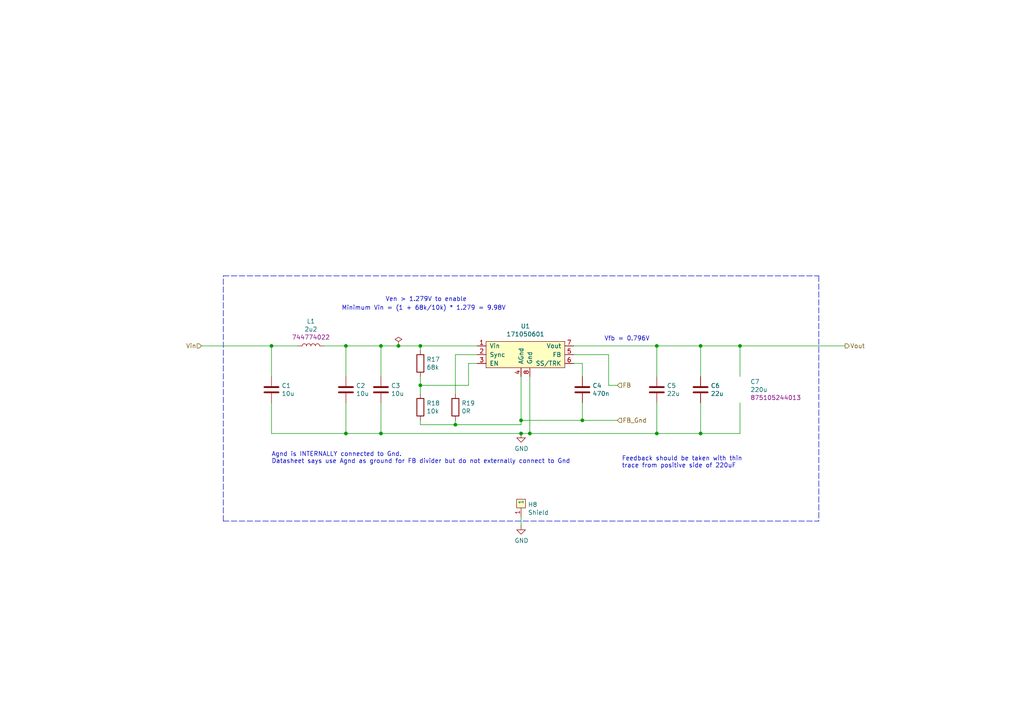
<source format=kicad_sch>
(kicad_sch (version 20210126) (generator eeschema)
  (paper "A4")
  (title_block (rev "DRAFT") (company "M0WUT"))
  (lib_symbols
    (symbol "Device:C" (pin_numbers hide) (pin_names (offset 0.254))
      (property "Reference" "C" (at 0.635 2.54 0))
      (property "Value" "C" (at 0.635 -2.54 0))
      (symbol "C_0_1"
        (polyline (pts (xy -2.032 -0.762) (xy 2.032 -0.762)) (stroke (width 0.508)))
        (polyline (pts (xy -2.032 0.762) (xy 2.032 0.762)) (stroke (width 0.508)))
      )
      (symbol "C_1_1"
        (pin passive line (at 0 3.81 270) (length 2.794) (name "~") (number "1"))
        (pin passive line (at 0 -3.81 90) (length 2.794) (name "~") (number "2"))
      )
    )
    (symbol "Device:L" (pin_numbers hide) (pin_names (offset 1.016) hide)
      (property "Reference" "L" (at -1.27 0 90))
      (property "Value" "L" (at 1.905 0 90))
      (symbol "L_0_1"
        (arc (start 0 -2.54) (end 0 -1.27) (radius (at 0 -1.905) (length 0.635) (angles -89.9 89.9)))
        (arc (start 0 -1.27) (end 0 0) (radius (at 0 -0.635) (length 0.635) (angles -89.9 89.9)))
        (arc (start 0 0) (end 0 1.27) (radius (at 0 0.635) (length 0.635) (angles -89.9 89.9)))
        (arc (start 0 1.27) (end 0 2.54) (radius (at 0 1.905) (length 0.635) (angles -89.9 89.9)))
      )
      (symbol "L_1_1"
        (pin passive line (at 0 3.81 270) (length 1.27) (name "1") (number "1"))
        (pin passive line (at 0 -3.81 90) (length 1.27) (name "2") (number "2"))
      )
    )
    (symbol "Device:R" (pin_numbers hide) (pin_names (offset 0))
      (property "Reference" "R" (at 2.032 0 90))
      (property "Value" "R" (at 0 0 90))
      (symbol "R_0_1"
        (rectangle (start -1.016 -2.54) (end 1.016 2.54) (stroke (width 0.254)))
      )
      (symbol "R_1_1"
        (pin passive line (at 0 3.81 270) (length 1.27) (name "~") (number "1"))
        (pin passive line (at 0 -3.81 90) (length 1.27) (name "~") (number "2"))
      )
    )
    (symbol "Regulator_WUT:171050601" (pin_names (offset 1.016))
      (property "Reference" "U" (at 0 5.08 0))
      (property "Value" "171050601" (at 7.62 -5.08 0))
      (symbol "171050601_0_1"
        (rectangle (start -11.43 3.81) (end 11.43 -3.81) (fill (type background)))
      )
      (symbol "171050601_1_1"
        (pin power_in line (at -13.97 2.54 0) (length 2.54) (name "Vin") (number "1"))
        (pin input line (at -13.97 0 0) (length 2.54) (name "Sync") (number "2"))
        (pin input line (at -13.97 -2.54 0) (length 2.54) (name "EN") (number "3"))
        (pin input line (at -1.27 -6.35 90) (length 2.54) (name "AGnd") (number "4"))
        (pin input line (at 13.97 0 180) (length 2.54) (name "FB") (number "5"))
        (pin passive line (at 13.97 -2.54 180) (length 2.54) (name "SS/TRK") (number "6"))
        (pin power_out line (at 13.97 2.54 180) (length 2.54) (name "Vout") (number "7"))
        (pin power_in line (at 1.27 -6.35 90) (length 2.54) (name "Gnd") (number "8"))
      )
    )
    (symbol "Shield_WUT:Shield" (pin_names (offset 1.016))
      (property "Reference" "H" (at 0 -2.54 0))
      (property "Value" "Shield" (at 0 2.54 0))
      (symbol "Shield_0_1"
        (rectangle (start 0 -1.27) (end 2.54 1.27) (fill (type background)))
      )
      (symbol "Shield_1_1"
        (pin passive line (at -2.54 0 0) (length 2.54) (name "1") (number "1"))
      )
    )
    (symbol "power:GND" (power) (pin_names (offset 0))
      (property "Value" "GND" (at 0 -3.81 0))
      (symbol "GND_0_1"
        (polyline (pts (xy 0 0) (xy 0 -1.27) (xy 1.27 -1.27) (xy 0 -2.54) (xy -1.27 -1.27) (xy 0 -1.27)))
      )
      (symbol "GND_1_1"
        (pin power_in line (at 0 0 270) (length 0) hide (name "GND") (number "1"))
      )
    )
    (symbol "power:PWR_FLAG" (power) (pin_numbers hide) (pin_names (offset 0) hide)
      (property "Value" "PWR_FLAG" (at 0 3.81 0))
      (symbol "PWR_FLAG_0_0"
        (pin power_out line (at 0 0 90) (length 0) (name "pwr") (number "1"))
      )
      (symbol "PWR_FLAG_0_1"
        (polyline (pts (xy 0 0) (xy 0 1.27) (xy -1.016 1.905) (xy 0 2.54) (xy 1.016 1.905) (xy 0 1.27)))
      )
    )
  )
  (junction (at 78.74 100.33) (diameter 0.9144))
  (junction (at 100.33 100.33) (diameter 0.9144))
  (junction (at 100.33 125.73) (diameter 0.9144))
  (junction (at 110.49 100.33) (diameter 0.9144))
  (junction (at 110.49 125.73) (diameter 0.9144))
  (junction (at 115.57 100.33) (diameter 0.9144))
  (junction (at 121.92 100.33) (diameter 0.9144))
  (junction (at 121.92 111.76) (diameter 0.9144))
  (junction (at 132.08 123.19) (diameter 0.9144))
  (junction (at 151.13 121.92) (diameter 0.9144))
  (junction (at 151.13 125.73) (diameter 0.9144))
  (junction (at 153.67 125.73) (diameter 0.9144))
  (junction (at 168.91 121.92) (diameter 0.9144))
  (junction (at 190.5 100.33) (diameter 0.9144))
  (junction (at 190.5 125.73) (diameter 0.9144))
  (junction (at 203.2 100.33) (diameter 0.9144))
  (junction (at 203.2 125.73) (diameter 0.9144))
  (junction (at 214.63 100.33) (diameter 0.9144))
  (wire (pts (xy 58.42 100.33) (xy 78.74 100.33)))
  (wire (pts (xy 78.74 100.33) (xy 86.36 100.33)))
  (wire (pts (xy 78.74 109.22) (xy 78.74 100.33)))
  (wire (pts (xy 78.74 116.84) (xy 78.74 125.73)))
  (wire (pts (xy 78.74 125.73) (xy 100.33 125.73)))
  (wire (pts (xy 93.98 100.33) (xy 100.33 100.33)))
  (wire (pts (xy 100.33 100.33) (xy 110.49 100.33)))
  (wire (pts (xy 100.33 109.22) (xy 100.33 100.33)))
  (wire (pts (xy 100.33 116.84) (xy 100.33 125.73)))
  (wire (pts (xy 100.33 125.73) (xy 110.49 125.73)))
  (wire (pts (xy 110.49 100.33) (xy 115.57 100.33)))
  (wire (pts (xy 110.49 109.22) (xy 110.49 100.33)))
  (wire (pts (xy 110.49 116.84) (xy 110.49 125.73)))
  (wire (pts (xy 110.49 125.73) (xy 151.13 125.73)))
  (wire (pts (xy 115.57 100.33) (xy 121.92 100.33)))
  (wire (pts (xy 121.92 100.33) (xy 138.43 100.33)))
  (wire (pts (xy 121.92 101.6) (xy 121.92 100.33)))
  (wire (pts (xy 121.92 111.76) (xy 121.92 109.22)))
  (wire (pts (xy 121.92 114.3) (xy 121.92 111.76)))
  (wire (pts (xy 121.92 123.19) (xy 121.92 121.92)))
  (wire (pts (xy 132.08 102.87) (xy 132.08 114.3)))
  (wire (pts (xy 132.08 102.87) (xy 138.43 102.87)))
  (wire (pts (xy 132.08 121.92) (xy 132.08 123.19)))
  (wire (pts (xy 132.08 123.19) (xy 121.92 123.19)))
  (wire (pts (xy 132.08 123.19) (xy 151.13 123.19)))
  (wire (pts (xy 135.89 105.41) (xy 135.89 111.76)))
  (wire (pts (xy 135.89 111.76) (xy 121.92 111.76)))
  (wire (pts (xy 138.43 105.41) (xy 135.89 105.41)))
  (wire (pts (xy 151.13 109.22) (xy 151.13 121.92)))
  (wire (pts (xy 151.13 123.19) (xy 151.13 121.92)))
  (wire (pts (xy 151.13 125.73) (xy 153.67 125.73)))
  (wire (pts (xy 151.13 152.4) (xy 151.13 149.86)))
  (wire (pts (xy 153.67 109.22) (xy 153.67 125.73)))
  (wire (pts (xy 153.67 125.73) (xy 190.5 125.73)))
  (wire (pts (xy 166.37 100.33) (xy 190.5 100.33)))
  (wire (pts (xy 166.37 102.87) (xy 176.53 102.87)))
  (wire (pts (xy 166.37 105.41) (xy 168.91 105.41)))
  (wire (pts (xy 168.91 105.41) (xy 168.91 109.22)))
  (wire (pts (xy 168.91 116.84) (xy 168.91 121.92)))
  (wire (pts (xy 168.91 121.92) (xy 151.13 121.92)))
  (wire (pts (xy 176.53 111.76) (xy 176.53 102.87)))
  (wire (pts (xy 179.07 111.76) (xy 176.53 111.76)))
  (wire (pts (xy 179.07 121.92) (xy 168.91 121.92)))
  (wire (pts (xy 190.5 100.33) (xy 203.2 100.33)))
  (wire (pts (xy 190.5 109.22) (xy 190.5 100.33)))
  (wire (pts (xy 190.5 116.84) (xy 190.5 125.73)))
  (wire (pts (xy 190.5 125.73) (xy 203.2 125.73)))
  (wire (pts (xy 203.2 100.33) (xy 214.63 100.33)))
  (wire (pts (xy 203.2 109.22) (xy 203.2 100.33)))
  (wire (pts (xy 203.2 116.84) (xy 203.2 125.73)))
  (wire (pts (xy 203.2 125.73) (xy 214.63 125.73)))
  (wire (pts (xy 214.63 100.33) (xy 245.11 100.33)))
  (wire (pts (xy 214.63 109.22) (xy 214.63 100.33)))
  (wire (pts (xy 214.63 116.84) (xy 214.63 125.73)))
  (polyline (pts (xy 64.77 80.01) (xy 237.49 80.01)) (stroke (width 0) (type dash)))
  (polyline (pts (xy 64.77 151.13) (xy 64.77 80.01)) (stroke (width 0) (type dash)))
  (polyline (pts (xy 64.77 151.13) (xy 237.49 151.13)) (stroke (width 0) (type dash)))
  (polyline (pts (xy 237.49 80.01) (xy 237.49 151.13)) (stroke (width 0) (type dash)))
  (text "Agnd is INTERNALLY connected to Gnd.\nDatasheet says use Agnd as ground for FB divider but do not externally connect to Gnd" (at 78.74 134.62 0) (effects (font (size 1.27 1.27)) (justify left bottom)))
  (text "Minimum Vin = (1 + 68k/10k) * 1.279 = 9.98V" (at 99.06 90.17 0) (effects (font (size 1.27 1.27)) (justify left bottom)))
  (text "Ven > 1.279V to enable" (at 111.76 87.63 0) (effects (font (size 1.27 1.27)) (justify left bottom)))
  (text "Vfb = 0.796V" (at 175.26 99.06 0) (effects (font (size 1.27 1.27)) (justify left bottom)))
  (text "Feedback should be taken with thin\ntrace from positive side of 220uF" (at 180.34 135.89 0) (effects (font (size 1.27 1.27)) (justify left bottom)))
  (hierarchical_label "Vin" (shape input) (at 58.42 100.33 180))
  (hierarchical_label "FB" (shape input) (at 179.07 111.76 0))
  (hierarchical_label "FB_Gnd" (shape input) (at 179.07 121.92 0))
  (hierarchical_label "Vout" (shape output) (at 245.11 100.33 0))
  (symbol (lib_id "power:PWR_FLAG") (at 115.57 100.33 0)
    (property "Reference" "#FLG08" (effects hide))
    (property "Value" "PWR_FLAG" (effects hide))
  )
  (symbol (lib_id "power:GND") (at 151.13 125.73 0)
    (property "Reference" "#PWR013" (effects hide))
    (property "Value" "GND" (at 151.257 130.1242 0))
  )
  (symbol (lib_id "power:GND") (at 151.13 152.4 0)
    (property "Reference" "#PWR014" (effects hide))
    (property "Value" "GND" (at 151.257 156.7942 0))
  )
  (symbol (lib_id "Device:L") (at 90.17 100.33 90)
    (property "Reference" "L1" (at 90.17 93.1926 90))
    (property "Value" "2u2" (at 90.17 95.504 90))
    (property "Footprint" "Inductor_SMD:L_Wuerth_WE-PD2-Typ-MS" (effects hide))
    (property "MPN" "744774022" (at 90.17 97.8154 90))
  )
  (symbol (lib_id "Shield_WUT:Shield") (at 151.13 147.32 90)
    (property "Reference" "H8" (at 153.1112 146.3548 90) (effects (justify right)))
    (property "Value" "Shield" (at 153.1112 148.6662 90) (effects (justify right)))
    (property "Footprint" "Shield_WUT:Shield_Masach_MS570-10_52.7x30.7x6mm_TH" (effects hide))
  )
  (symbol (lib_id "Device:R") (at 121.92 105.41 0)
    (property "Reference" "R17" (at 123.698 104.2416 0) (effects (justify left)))
    (property "Value" "68k" (at 123.698 106.553 0) (effects (justify left)))
    (property "Footprint" "Resistor_SMD:R_0603_1608Metric" (effects hide))
  )
  (symbol (lib_id "Device:R") (at 121.92 118.11 0)
    (property "Reference" "R18" (at 123.698 116.9416 0) (effects (justify left)))
    (property "Value" "10k" (at 123.698 119.253 0) (effects (justify left)))
    (property "Footprint" "Resistor_SMD:R_0603_1608Metric" (effects hide))
  )
  (symbol (lib_id "Device:R") (at 132.08 118.11 0)
    (property "Reference" "R19" (at 133.858 116.9416 0) (effects (justify left)))
    (property "Value" "0R" (at 133.858 119.253 0) (effects (justify left)))
    (property "Footprint" "Resistor_SMD:R_0603_1608Metric" (effects hide))
  )
  (symbol (lib_id "Device:C") (at 78.74 113.03 0)
    (property "Reference" "C1" (at 81.661 111.8616 0) (effects (justify left)))
    (property "Value" "10u" (at 81.661 114.173 0) (effects (justify left)))
    (property "Footprint" "Capacitor_SMD:C_1210_3225Metric" (effects hide))
  )
  (symbol (lib_id "Device:C") (at 100.33 113.03 0)
    (property "Reference" "C2" (at 103.251 111.8616 0) (effects (justify left)))
    (property "Value" "10u" (at 103.251 114.173 0) (effects (justify left)))
    (property "Footprint" "Capacitor_SMD:C_1210_3225Metric" (effects hide))
  )
  (symbol (lib_id "Device:C") (at 110.49 113.03 0)
    (property "Reference" "C3" (at 113.411 111.8616 0) (effects (justify left)))
    (property "Value" "10u" (at 113.411 114.173 0) (effects (justify left)))
    (property "Footprint" "Capacitor_SMD:C_1210_3225Metric" (effects hide))
  )
  (symbol (lib_id "Device:C") (at 168.91 113.03 0)
    (property "Reference" "C4" (at 171.831 111.8616 0) (effects (justify left)))
    (property "Value" "470n" (at 171.831 114.173 0) (effects (justify left)))
    (property "Footprint" "Capacitor_SMD:C_0603_1608Metric" (effects hide))
  )
  (symbol (lib_id "Device:C") (at 190.5 113.03 0)
    (property "Reference" "C5" (at 193.421 111.8616 0) (effects (justify left)))
    (property "Value" "22u" (at 193.421 114.173 0) (effects (justify left)))
    (property "Footprint" "Capacitor_SMD:C_1210_3225Metric" (effects hide))
  )
  (symbol (lib_id "Device:C") (at 203.2 113.03 0)
    (property "Reference" "C6" (at 206.121 111.8616 0) (effects (justify left)))
    (property "Value" "22u" (at 206.121 114.173 0) (effects (justify left)))
    (property "Footprint" "Capacitor_SMD:C_1210_3225Metric" (effects hide))
  )
  (symbol (lib_id "Device:CP") (at 214.63 113.03 0)
    (property "Reference" "C7" (at 217.6272 110.7186 0) (effects (justify left)))
    (property "Value" "220u" (at 217.6272 113.03 0) (effects (justify left)))
    (property "Footprint" "Capacitor_WUT:Wurth_WCAP_PSLP" (effects hide))
    (property "MPN" "875105244013" (at 217.6272 115.3414 0) (effects (justify left)))
  )
  (symbol (lib_id "Regulator_WUT:171050601") (at 152.4 102.87 0)
    (property "Reference" "U1" (at 152.4 94.615 0))
    (property "Value" "171050601" (at 152.4 96.9264 0))
    (property "Footprint" "Regulator_WUT:Wurth_171050601_TO263-7EP_EP6.4x8.54mm" (effects hide))
    (property "Datasheet" "https://katalog.we-online.de/pm/datasheet/171050601.pdf" (effects hide))
  )
)
</source>
